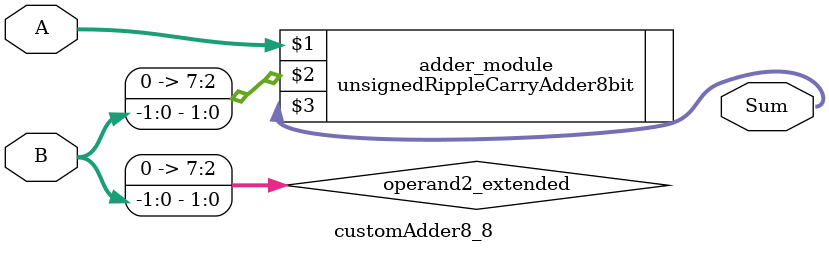
<source format=v>
module customAdder8_8(
                        input [7 : 0] A,
                        input [-1 : 0] B,
                        
                        output [8 : 0] Sum
                );

        wire [7 : 0] operand2_extended;
        
        assign operand2_extended =  {8'b0, B};
        
        unsignedRippleCarryAdder8bit adder_module(
            A,
            operand2_extended,
            Sum
        );
        
        endmodule
        
</source>
